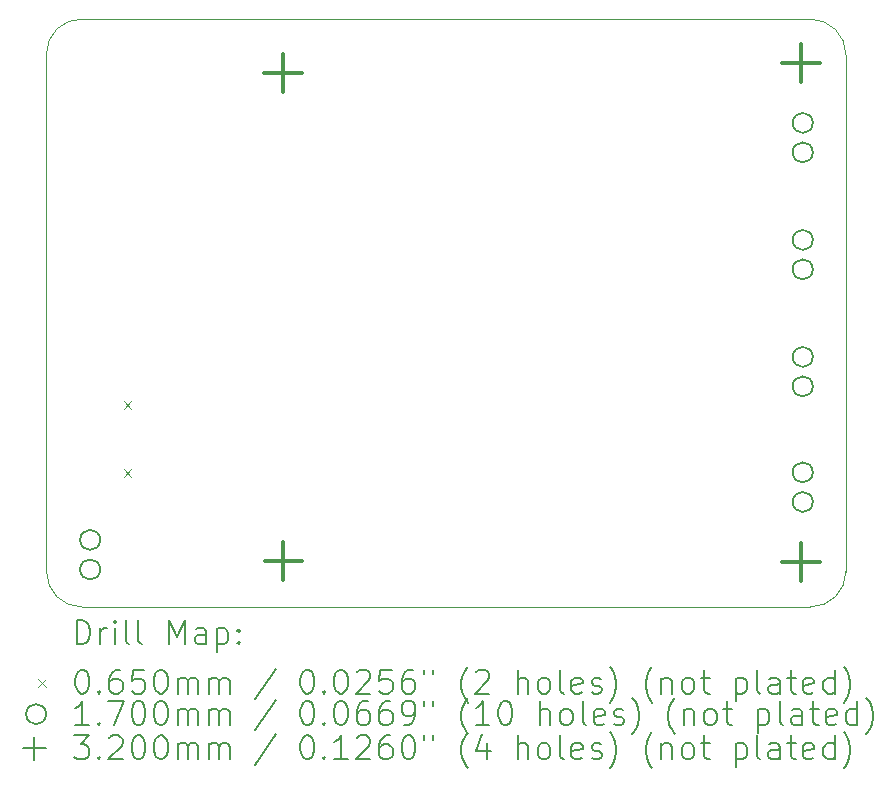
<source format=gbr>
%TF.GenerationSoftware,KiCad,Pcbnew,(6.0.11)*%
%TF.CreationDate,2023-05-24T19:33:46+02:00*%
%TF.ProjectId,an2can,616e3263-616e-42e6-9b69-6361645f7063,V0*%
%TF.SameCoordinates,Original*%
%TF.FileFunction,Drillmap*%
%TF.FilePolarity,Positive*%
%FSLAX45Y45*%
G04 Gerber Fmt 4.5, Leading zero omitted, Abs format (unit mm)*
G04 Created by KiCad (PCBNEW (6.0.11)) date 2023-05-24 19:33:46*
%MOMM*%
%LPD*%
G01*
G04 APERTURE LIST*
%ADD10C,0.050000*%
%ADD11C,0.200000*%
%ADD12C,0.065000*%
%ADD13C,0.170000*%
%ADD14C,0.320000*%
G04 APERTURE END LIST*
D10*
X12992100Y-6891300D02*
G75*
G03*
X12692100Y-6591300I-300000J0D01*
G01*
X6527600Y-6591300D02*
X12692100Y-6591300D01*
X6527600Y-6591296D02*
G75*
G03*
X6223000Y-6883400I-12240J-292104D01*
G01*
X6223000Y-6883400D02*
X6223000Y-11268668D01*
X12992100Y-11267700D02*
X12992100Y-6891300D01*
X6223002Y-11268668D02*
G75*
G03*
X6523000Y-11568668I299998J-2D01*
G01*
X12692100Y-11567700D02*
G75*
G03*
X12992100Y-11267700I0J300000D01*
G01*
X12692100Y-11567700D02*
X6523000Y-11568668D01*
D11*
D12*
X6877100Y-9825800D02*
X6942100Y-9890800D01*
X6942100Y-9825800D02*
X6877100Y-9890800D01*
X6877100Y-10403800D02*
X6942100Y-10468800D01*
X6942100Y-10403800D02*
X6877100Y-10468800D01*
D13*
X6678100Y-11000200D02*
G75*
G03*
X6678100Y-11000200I-85000J0D01*
G01*
X6678100Y-11250200D02*
G75*
G03*
X6678100Y-11250200I-85000J0D01*
G01*
X12711600Y-7469600D02*
G75*
G03*
X12711600Y-7469600I-85000J0D01*
G01*
X12711600Y-7719600D02*
G75*
G03*
X12711600Y-7719600I-85000J0D01*
G01*
X12711600Y-8460200D02*
G75*
G03*
X12711600Y-8460200I-85000J0D01*
G01*
X12711600Y-8710200D02*
G75*
G03*
X12711600Y-8710200I-85000J0D01*
G01*
X12711600Y-9450800D02*
G75*
G03*
X12711600Y-9450800I-85000J0D01*
G01*
X12711600Y-9700800D02*
G75*
G03*
X12711600Y-9700800I-85000J0D01*
G01*
X12711600Y-10428700D02*
G75*
G03*
X12711600Y-10428700I-85000J0D01*
G01*
X12711600Y-10678700D02*
G75*
G03*
X12711600Y-10678700I-85000J0D01*
G01*
D14*
X8227000Y-6889500D02*
X8227000Y-7209500D01*
X8067000Y-7049500D02*
X8387000Y-7049500D01*
X8229600Y-11016000D02*
X8229600Y-11336000D01*
X8069600Y-11176000D02*
X8389600Y-11176000D01*
X12611100Y-6799600D02*
X12611100Y-7119600D01*
X12451100Y-6959600D02*
X12771100Y-6959600D01*
X12611100Y-11028700D02*
X12611100Y-11348700D01*
X12451100Y-11188700D02*
X12771100Y-11188700D01*
D11*
X6478119Y-11881644D02*
X6478119Y-11681644D01*
X6525738Y-11681644D01*
X6554309Y-11691168D01*
X6573357Y-11710216D01*
X6582881Y-11729263D01*
X6592405Y-11767358D01*
X6592405Y-11795930D01*
X6582881Y-11834025D01*
X6573357Y-11853073D01*
X6554309Y-11872120D01*
X6525738Y-11881644D01*
X6478119Y-11881644D01*
X6678119Y-11881644D02*
X6678119Y-11748311D01*
X6678119Y-11786406D02*
X6687643Y-11767358D01*
X6697167Y-11757835D01*
X6716214Y-11748311D01*
X6735262Y-11748311D01*
X6801928Y-11881644D02*
X6801928Y-11748311D01*
X6801928Y-11681644D02*
X6792405Y-11691168D01*
X6801928Y-11700692D01*
X6811452Y-11691168D01*
X6801928Y-11681644D01*
X6801928Y-11700692D01*
X6925738Y-11881644D02*
X6906690Y-11872120D01*
X6897167Y-11853073D01*
X6897167Y-11681644D01*
X7030500Y-11881644D02*
X7011452Y-11872120D01*
X7001928Y-11853073D01*
X7001928Y-11681644D01*
X7259071Y-11881644D02*
X7259071Y-11681644D01*
X7325738Y-11824501D01*
X7392405Y-11681644D01*
X7392405Y-11881644D01*
X7573357Y-11881644D02*
X7573357Y-11776882D01*
X7563833Y-11757835D01*
X7544786Y-11748311D01*
X7506690Y-11748311D01*
X7487643Y-11757835D01*
X7573357Y-11872120D02*
X7554309Y-11881644D01*
X7506690Y-11881644D01*
X7487643Y-11872120D01*
X7478119Y-11853073D01*
X7478119Y-11834025D01*
X7487643Y-11814977D01*
X7506690Y-11805454D01*
X7554309Y-11805454D01*
X7573357Y-11795930D01*
X7668595Y-11748311D02*
X7668595Y-11948311D01*
X7668595Y-11757835D02*
X7687643Y-11748311D01*
X7725738Y-11748311D01*
X7744786Y-11757835D01*
X7754309Y-11767358D01*
X7763833Y-11786406D01*
X7763833Y-11843549D01*
X7754309Y-11862596D01*
X7744786Y-11872120D01*
X7725738Y-11881644D01*
X7687643Y-11881644D01*
X7668595Y-11872120D01*
X7849548Y-11862596D02*
X7859071Y-11872120D01*
X7849548Y-11881644D01*
X7840024Y-11872120D01*
X7849548Y-11862596D01*
X7849548Y-11881644D01*
X7849548Y-11757835D02*
X7859071Y-11767358D01*
X7849548Y-11776882D01*
X7840024Y-11767358D01*
X7849548Y-11757835D01*
X7849548Y-11776882D01*
D12*
X6155500Y-12178668D02*
X6220500Y-12243668D01*
X6220500Y-12178668D02*
X6155500Y-12243668D01*
D11*
X6516214Y-12101644D02*
X6535262Y-12101644D01*
X6554309Y-12111168D01*
X6563833Y-12120692D01*
X6573357Y-12139739D01*
X6582881Y-12177835D01*
X6582881Y-12225454D01*
X6573357Y-12263549D01*
X6563833Y-12282596D01*
X6554309Y-12292120D01*
X6535262Y-12301644D01*
X6516214Y-12301644D01*
X6497167Y-12292120D01*
X6487643Y-12282596D01*
X6478119Y-12263549D01*
X6468595Y-12225454D01*
X6468595Y-12177835D01*
X6478119Y-12139739D01*
X6487643Y-12120692D01*
X6497167Y-12111168D01*
X6516214Y-12101644D01*
X6668595Y-12282596D02*
X6678119Y-12292120D01*
X6668595Y-12301644D01*
X6659071Y-12292120D01*
X6668595Y-12282596D01*
X6668595Y-12301644D01*
X6849548Y-12101644D02*
X6811452Y-12101644D01*
X6792405Y-12111168D01*
X6782881Y-12120692D01*
X6763833Y-12149263D01*
X6754309Y-12187358D01*
X6754309Y-12263549D01*
X6763833Y-12282596D01*
X6773357Y-12292120D01*
X6792405Y-12301644D01*
X6830500Y-12301644D01*
X6849548Y-12292120D01*
X6859071Y-12282596D01*
X6868595Y-12263549D01*
X6868595Y-12215930D01*
X6859071Y-12196882D01*
X6849548Y-12187358D01*
X6830500Y-12177835D01*
X6792405Y-12177835D01*
X6773357Y-12187358D01*
X6763833Y-12196882D01*
X6754309Y-12215930D01*
X7049548Y-12101644D02*
X6954309Y-12101644D01*
X6944786Y-12196882D01*
X6954309Y-12187358D01*
X6973357Y-12177835D01*
X7020976Y-12177835D01*
X7040024Y-12187358D01*
X7049548Y-12196882D01*
X7059071Y-12215930D01*
X7059071Y-12263549D01*
X7049548Y-12282596D01*
X7040024Y-12292120D01*
X7020976Y-12301644D01*
X6973357Y-12301644D01*
X6954309Y-12292120D01*
X6944786Y-12282596D01*
X7182881Y-12101644D02*
X7201928Y-12101644D01*
X7220976Y-12111168D01*
X7230500Y-12120692D01*
X7240024Y-12139739D01*
X7249548Y-12177835D01*
X7249548Y-12225454D01*
X7240024Y-12263549D01*
X7230500Y-12282596D01*
X7220976Y-12292120D01*
X7201928Y-12301644D01*
X7182881Y-12301644D01*
X7163833Y-12292120D01*
X7154309Y-12282596D01*
X7144786Y-12263549D01*
X7135262Y-12225454D01*
X7135262Y-12177835D01*
X7144786Y-12139739D01*
X7154309Y-12120692D01*
X7163833Y-12111168D01*
X7182881Y-12101644D01*
X7335262Y-12301644D02*
X7335262Y-12168311D01*
X7335262Y-12187358D02*
X7344786Y-12177835D01*
X7363833Y-12168311D01*
X7392405Y-12168311D01*
X7411452Y-12177835D01*
X7420976Y-12196882D01*
X7420976Y-12301644D01*
X7420976Y-12196882D02*
X7430500Y-12177835D01*
X7449548Y-12168311D01*
X7478119Y-12168311D01*
X7497167Y-12177835D01*
X7506690Y-12196882D01*
X7506690Y-12301644D01*
X7601928Y-12301644D02*
X7601928Y-12168311D01*
X7601928Y-12187358D02*
X7611452Y-12177835D01*
X7630500Y-12168311D01*
X7659071Y-12168311D01*
X7678119Y-12177835D01*
X7687643Y-12196882D01*
X7687643Y-12301644D01*
X7687643Y-12196882D02*
X7697167Y-12177835D01*
X7716214Y-12168311D01*
X7744786Y-12168311D01*
X7763833Y-12177835D01*
X7773357Y-12196882D01*
X7773357Y-12301644D01*
X8163833Y-12092120D02*
X7992405Y-12349263D01*
X8420976Y-12101644D02*
X8440024Y-12101644D01*
X8459071Y-12111168D01*
X8468595Y-12120692D01*
X8478119Y-12139739D01*
X8487643Y-12177835D01*
X8487643Y-12225454D01*
X8478119Y-12263549D01*
X8468595Y-12282596D01*
X8459071Y-12292120D01*
X8440024Y-12301644D01*
X8420976Y-12301644D01*
X8401929Y-12292120D01*
X8392405Y-12282596D01*
X8382881Y-12263549D01*
X8373357Y-12225454D01*
X8373357Y-12177835D01*
X8382881Y-12139739D01*
X8392405Y-12120692D01*
X8401929Y-12111168D01*
X8420976Y-12101644D01*
X8573357Y-12282596D02*
X8582881Y-12292120D01*
X8573357Y-12301644D01*
X8563833Y-12292120D01*
X8573357Y-12282596D01*
X8573357Y-12301644D01*
X8706690Y-12101644D02*
X8725738Y-12101644D01*
X8744786Y-12111168D01*
X8754310Y-12120692D01*
X8763833Y-12139739D01*
X8773357Y-12177835D01*
X8773357Y-12225454D01*
X8763833Y-12263549D01*
X8754310Y-12282596D01*
X8744786Y-12292120D01*
X8725738Y-12301644D01*
X8706690Y-12301644D01*
X8687643Y-12292120D01*
X8678119Y-12282596D01*
X8668595Y-12263549D01*
X8659071Y-12225454D01*
X8659071Y-12177835D01*
X8668595Y-12139739D01*
X8678119Y-12120692D01*
X8687643Y-12111168D01*
X8706690Y-12101644D01*
X8849548Y-12120692D02*
X8859071Y-12111168D01*
X8878119Y-12101644D01*
X8925738Y-12101644D01*
X8944786Y-12111168D01*
X8954310Y-12120692D01*
X8963833Y-12139739D01*
X8963833Y-12158787D01*
X8954310Y-12187358D01*
X8840024Y-12301644D01*
X8963833Y-12301644D01*
X9144786Y-12101644D02*
X9049548Y-12101644D01*
X9040024Y-12196882D01*
X9049548Y-12187358D01*
X9068595Y-12177835D01*
X9116214Y-12177835D01*
X9135262Y-12187358D01*
X9144786Y-12196882D01*
X9154310Y-12215930D01*
X9154310Y-12263549D01*
X9144786Y-12282596D01*
X9135262Y-12292120D01*
X9116214Y-12301644D01*
X9068595Y-12301644D01*
X9049548Y-12292120D01*
X9040024Y-12282596D01*
X9325738Y-12101644D02*
X9287643Y-12101644D01*
X9268595Y-12111168D01*
X9259071Y-12120692D01*
X9240024Y-12149263D01*
X9230500Y-12187358D01*
X9230500Y-12263549D01*
X9240024Y-12282596D01*
X9249548Y-12292120D01*
X9268595Y-12301644D01*
X9306690Y-12301644D01*
X9325738Y-12292120D01*
X9335262Y-12282596D01*
X9344786Y-12263549D01*
X9344786Y-12215930D01*
X9335262Y-12196882D01*
X9325738Y-12187358D01*
X9306690Y-12177835D01*
X9268595Y-12177835D01*
X9249548Y-12187358D01*
X9240024Y-12196882D01*
X9230500Y-12215930D01*
X9420976Y-12101644D02*
X9420976Y-12139739D01*
X9497167Y-12101644D02*
X9497167Y-12139739D01*
X9792405Y-12377835D02*
X9782881Y-12368311D01*
X9763833Y-12339739D01*
X9754310Y-12320692D01*
X9744786Y-12292120D01*
X9735262Y-12244501D01*
X9735262Y-12206406D01*
X9744786Y-12158787D01*
X9754310Y-12130216D01*
X9763833Y-12111168D01*
X9782881Y-12082596D01*
X9792405Y-12073073D01*
X9859071Y-12120692D02*
X9868595Y-12111168D01*
X9887643Y-12101644D01*
X9935262Y-12101644D01*
X9954310Y-12111168D01*
X9963833Y-12120692D01*
X9973357Y-12139739D01*
X9973357Y-12158787D01*
X9963833Y-12187358D01*
X9849548Y-12301644D01*
X9973357Y-12301644D01*
X10211452Y-12301644D02*
X10211452Y-12101644D01*
X10297167Y-12301644D02*
X10297167Y-12196882D01*
X10287643Y-12177835D01*
X10268595Y-12168311D01*
X10240024Y-12168311D01*
X10220976Y-12177835D01*
X10211452Y-12187358D01*
X10420976Y-12301644D02*
X10401929Y-12292120D01*
X10392405Y-12282596D01*
X10382881Y-12263549D01*
X10382881Y-12206406D01*
X10392405Y-12187358D01*
X10401929Y-12177835D01*
X10420976Y-12168311D01*
X10449548Y-12168311D01*
X10468595Y-12177835D01*
X10478119Y-12187358D01*
X10487643Y-12206406D01*
X10487643Y-12263549D01*
X10478119Y-12282596D01*
X10468595Y-12292120D01*
X10449548Y-12301644D01*
X10420976Y-12301644D01*
X10601929Y-12301644D02*
X10582881Y-12292120D01*
X10573357Y-12273073D01*
X10573357Y-12101644D01*
X10754310Y-12292120D02*
X10735262Y-12301644D01*
X10697167Y-12301644D01*
X10678119Y-12292120D01*
X10668595Y-12273073D01*
X10668595Y-12196882D01*
X10678119Y-12177835D01*
X10697167Y-12168311D01*
X10735262Y-12168311D01*
X10754310Y-12177835D01*
X10763833Y-12196882D01*
X10763833Y-12215930D01*
X10668595Y-12234977D01*
X10840024Y-12292120D02*
X10859071Y-12301644D01*
X10897167Y-12301644D01*
X10916214Y-12292120D01*
X10925738Y-12273073D01*
X10925738Y-12263549D01*
X10916214Y-12244501D01*
X10897167Y-12234977D01*
X10868595Y-12234977D01*
X10849548Y-12225454D01*
X10840024Y-12206406D01*
X10840024Y-12196882D01*
X10849548Y-12177835D01*
X10868595Y-12168311D01*
X10897167Y-12168311D01*
X10916214Y-12177835D01*
X10992405Y-12377835D02*
X11001929Y-12368311D01*
X11020976Y-12339739D01*
X11030500Y-12320692D01*
X11040024Y-12292120D01*
X11049548Y-12244501D01*
X11049548Y-12206406D01*
X11040024Y-12158787D01*
X11030500Y-12130216D01*
X11020976Y-12111168D01*
X11001929Y-12082596D01*
X10992405Y-12073073D01*
X11354309Y-12377835D02*
X11344786Y-12368311D01*
X11325738Y-12339739D01*
X11316214Y-12320692D01*
X11306690Y-12292120D01*
X11297167Y-12244501D01*
X11297167Y-12206406D01*
X11306690Y-12158787D01*
X11316214Y-12130216D01*
X11325738Y-12111168D01*
X11344786Y-12082596D01*
X11354309Y-12073073D01*
X11430500Y-12168311D02*
X11430500Y-12301644D01*
X11430500Y-12187358D02*
X11440024Y-12177835D01*
X11459071Y-12168311D01*
X11487643Y-12168311D01*
X11506690Y-12177835D01*
X11516214Y-12196882D01*
X11516214Y-12301644D01*
X11640024Y-12301644D02*
X11620976Y-12292120D01*
X11611452Y-12282596D01*
X11601928Y-12263549D01*
X11601928Y-12206406D01*
X11611452Y-12187358D01*
X11620976Y-12177835D01*
X11640024Y-12168311D01*
X11668595Y-12168311D01*
X11687643Y-12177835D01*
X11697167Y-12187358D01*
X11706690Y-12206406D01*
X11706690Y-12263549D01*
X11697167Y-12282596D01*
X11687643Y-12292120D01*
X11668595Y-12301644D01*
X11640024Y-12301644D01*
X11763833Y-12168311D02*
X11840024Y-12168311D01*
X11792405Y-12101644D02*
X11792405Y-12273073D01*
X11801928Y-12292120D01*
X11820976Y-12301644D01*
X11840024Y-12301644D01*
X12059071Y-12168311D02*
X12059071Y-12368311D01*
X12059071Y-12177835D02*
X12078119Y-12168311D01*
X12116214Y-12168311D01*
X12135262Y-12177835D01*
X12144786Y-12187358D01*
X12154309Y-12206406D01*
X12154309Y-12263549D01*
X12144786Y-12282596D01*
X12135262Y-12292120D01*
X12116214Y-12301644D01*
X12078119Y-12301644D01*
X12059071Y-12292120D01*
X12268595Y-12301644D02*
X12249548Y-12292120D01*
X12240024Y-12273073D01*
X12240024Y-12101644D01*
X12430500Y-12301644D02*
X12430500Y-12196882D01*
X12420976Y-12177835D01*
X12401928Y-12168311D01*
X12363833Y-12168311D01*
X12344786Y-12177835D01*
X12430500Y-12292120D02*
X12411452Y-12301644D01*
X12363833Y-12301644D01*
X12344786Y-12292120D01*
X12335262Y-12273073D01*
X12335262Y-12254025D01*
X12344786Y-12234977D01*
X12363833Y-12225454D01*
X12411452Y-12225454D01*
X12430500Y-12215930D01*
X12497167Y-12168311D02*
X12573357Y-12168311D01*
X12525738Y-12101644D02*
X12525738Y-12273073D01*
X12535262Y-12292120D01*
X12554309Y-12301644D01*
X12573357Y-12301644D01*
X12716214Y-12292120D02*
X12697167Y-12301644D01*
X12659071Y-12301644D01*
X12640024Y-12292120D01*
X12630500Y-12273073D01*
X12630500Y-12196882D01*
X12640024Y-12177835D01*
X12659071Y-12168311D01*
X12697167Y-12168311D01*
X12716214Y-12177835D01*
X12725738Y-12196882D01*
X12725738Y-12215930D01*
X12630500Y-12234977D01*
X12897167Y-12301644D02*
X12897167Y-12101644D01*
X12897167Y-12292120D02*
X12878119Y-12301644D01*
X12840024Y-12301644D01*
X12820976Y-12292120D01*
X12811452Y-12282596D01*
X12801928Y-12263549D01*
X12801928Y-12206406D01*
X12811452Y-12187358D01*
X12820976Y-12177835D01*
X12840024Y-12168311D01*
X12878119Y-12168311D01*
X12897167Y-12177835D01*
X12973357Y-12377835D02*
X12982881Y-12368311D01*
X13001928Y-12339739D01*
X13011452Y-12320692D01*
X13020976Y-12292120D01*
X13030500Y-12244501D01*
X13030500Y-12206406D01*
X13020976Y-12158787D01*
X13011452Y-12130216D01*
X13001928Y-12111168D01*
X12982881Y-12082596D01*
X12973357Y-12073073D01*
D13*
X6220500Y-12475168D02*
G75*
G03*
X6220500Y-12475168I-85000J0D01*
G01*
D11*
X6582881Y-12565644D02*
X6468595Y-12565644D01*
X6525738Y-12565644D02*
X6525738Y-12365644D01*
X6506690Y-12394216D01*
X6487643Y-12413263D01*
X6468595Y-12422787D01*
X6668595Y-12546596D02*
X6678119Y-12556120D01*
X6668595Y-12565644D01*
X6659071Y-12556120D01*
X6668595Y-12546596D01*
X6668595Y-12565644D01*
X6744786Y-12365644D02*
X6878119Y-12365644D01*
X6792405Y-12565644D01*
X6992405Y-12365644D02*
X7011452Y-12365644D01*
X7030500Y-12375168D01*
X7040024Y-12384692D01*
X7049548Y-12403739D01*
X7059071Y-12441835D01*
X7059071Y-12489454D01*
X7049548Y-12527549D01*
X7040024Y-12546596D01*
X7030500Y-12556120D01*
X7011452Y-12565644D01*
X6992405Y-12565644D01*
X6973357Y-12556120D01*
X6963833Y-12546596D01*
X6954309Y-12527549D01*
X6944786Y-12489454D01*
X6944786Y-12441835D01*
X6954309Y-12403739D01*
X6963833Y-12384692D01*
X6973357Y-12375168D01*
X6992405Y-12365644D01*
X7182881Y-12365644D02*
X7201928Y-12365644D01*
X7220976Y-12375168D01*
X7230500Y-12384692D01*
X7240024Y-12403739D01*
X7249548Y-12441835D01*
X7249548Y-12489454D01*
X7240024Y-12527549D01*
X7230500Y-12546596D01*
X7220976Y-12556120D01*
X7201928Y-12565644D01*
X7182881Y-12565644D01*
X7163833Y-12556120D01*
X7154309Y-12546596D01*
X7144786Y-12527549D01*
X7135262Y-12489454D01*
X7135262Y-12441835D01*
X7144786Y-12403739D01*
X7154309Y-12384692D01*
X7163833Y-12375168D01*
X7182881Y-12365644D01*
X7335262Y-12565644D02*
X7335262Y-12432311D01*
X7335262Y-12451358D02*
X7344786Y-12441835D01*
X7363833Y-12432311D01*
X7392405Y-12432311D01*
X7411452Y-12441835D01*
X7420976Y-12460882D01*
X7420976Y-12565644D01*
X7420976Y-12460882D02*
X7430500Y-12441835D01*
X7449548Y-12432311D01*
X7478119Y-12432311D01*
X7497167Y-12441835D01*
X7506690Y-12460882D01*
X7506690Y-12565644D01*
X7601928Y-12565644D02*
X7601928Y-12432311D01*
X7601928Y-12451358D02*
X7611452Y-12441835D01*
X7630500Y-12432311D01*
X7659071Y-12432311D01*
X7678119Y-12441835D01*
X7687643Y-12460882D01*
X7687643Y-12565644D01*
X7687643Y-12460882D02*
X7697167Y-12441835D01*
X7716214Y-12432311D01*
X7744786Y-12432311D01*
X7763833Y-12441835D01*
X7773357Y-12460882D01*
X7773357Y-12565644D01*
X8163833Y-12356120D02*
X7992405Y-12613263D01*
X8420976Y-12365644D02*
X8440024Y-12365644D01*
X8459071Y-12375168D01*
X8468595Y-12384692D01*
X8478119Y-12403739D01*
X8487643Y-12441835D01*
X8487643Y-12489454D01*
X8478119Y-12527549D01*
X8468595Y-12546596D01*
X8459071Y-12556120D01*
X8440024Y-12565644D01*
X8420976Y-12565644D01*
X8401929Y-12556120D01*
X8392405Y-12546596D01*
X8382881Y-12527549D01*
X8373357Y-12489454D01*
X8373357Y-12441835D01*
X8382881Y-12403739D01*
X8392405Y-12384692D01*
X8401929Y-12375168D01*
X8420976Y-12365644D01*
X8573357Y-12546596D02*
X8582881Y-12556120D01*
X8573357Y-12565644D01*
X8563833Y-12556120D01*
X8573357Y-12546596D01*
X8573357Y-12565644D01*
X8706690Y-12365644D02*
X8725738Y-12365644D01*
X8744786Y-12375168D01*
X8754310Y-12384692D01*
X8763833Y-12403739D01*
X8773357Y-12441835D01*
X8773357Y-12489454D01*
X8763833Y-12527549D01*
X8754310Y-12546596D01*
X8744786Y-12556120D01*
X8725738Y-12565644D01*
X8706690Y-12565644D01*
X8687643Y-12556120D01*
X8678119Y-12546596D01*
X8668595Y-12527549D01*
X8659071Y-12489454D01*
X8659071Y-12441835D01*
X8668595Y-12403739D01*
X8678119Y-12384692D01*
X8687643Y-12375168D01*
X8706690Y-12365644D01*
X8944786Y-12365644D02*
X8906690Y-12365644D01*
X8887643Y-12375168D01*
X8878119Y-12384692D01*
X8859071Y-12413263D01*
X8849548Y-12451358D01*
X8849548Y-12527549D01*
X8859071Y-12546596D01*
X8868595Y-12556120D01*
X8887643Y-12565644D01*
X8925738Y-12565644D01*
X8944786Y-12556120D01*
X8954310Y-12546596D01*
X8963833Y-12527549D01*
X8963833Y-12479930D01*
X8954310Y-12460882D01*
X8944786Y-12451358D01*
X8925738Y-12441835D01*
X8887643Y-12441835D01*
X8868595Y-12451358D01*
X8859071Y-12460882D01*
X8849548Y-12479930D01*
X9135262Y-12365644D02*
X9097167Y-12365644D01*
X9078119Y-12375168D01*
X9068595Y-12384692D01*
X9049548Y-12413263D01*
X9040024Y-12451358D01*
X9040024Y-12527549D01*
X9049548Y-12546596D01*
X9059071Y-12556120D01*
X9078119Y-12565644D01*
X9116214Y-12565644D01*
X9135262Y-12556120D01*
X9144786Y-12546596D01*
X9154310Y-12527549D01*
X9154310Y-12479930D01*
X9144786Y-12460882D01*
X9135262Y-12451358D01*
X9116214Y-12441835D01*
X9078119Y-12441835D01*
X9059071Y-12451358D01*
X9049548Y-12460882D01*
X9040024Y-12479930D01*
X9249548Y-12565644D02*
X9287643Y-12565644D01*
X9306690Y-12556120D01*
X9316214Y-12546596D01*
X9335262Y-12518025D01*
X9344786Y-12479930D01*
X9344786Y-12403739D01*
X9335262Y-12384692D01*
X9325738Y-12375168D01*
X9306690Y-12365644D01*
X9268595Y-12365644D01*
X9249548Y-12375168D01*
X9240024Y-12384692D01*
X9230500Y-12403739D01*
X9230500Y-12451358D01*
X9240024Y-12470406D01*
X9249548Y-12479930D01*
X9268595Y-12489454D01*
X9306690Y-12489454D01*
X9325738Y-12479930D01*
X9335262Y-12470406D01*
X9344786Y-12451358D01*
X9420976Y-12365644D02*
X9420976Y-12403739D01*
X9497167Y-12365644D02*
X9497167Y-12403739D01*
X9792405Y-12641835D02*
X9782881Y-12632311D01*
X9763833Y-12603739D01*
X9754310Y-12584692D01*
X9744786Y-12556120D01*
X9735262Y-12508501D01*
X9735262Y-12470406D01*
X9744786Y-12422787D01*
X9754310Y-12394216D01*
X9763833Y-12375168D01*
X9782881Y-12346596D01*
X9792405Y-12337073D01*
X9973357Y-12565644D02*
X9859071Y-12565644D01*
X9916214Y-12565644D02*
X9916214Y-12365644D01*
X9897167Y-12394216D01*
X9878119Y-12413263D01*
X9859071Y-12422787D01*
X10097167Y-12365644D02*
X10116214Y-12365644D01*
X10135262Y-12375168D01*
X10144786Y-12384692D01*
X10154310Y-12403739D01*
X10163833Y-12441835D01*
X10163833Y-12489454D01*
X10154310Y-12527549D01*
X10144786Y-12546596D01*
X10135262Y-12556120D01*
X10116214Y-12565644D01*
X10097167Y-12565644D01*
X10078119Y-12556120D01*
X10068595Y-12546596D01*
X10059071Y-12527549D01*
X10049548Y-12489454D01*
X10049548Y-12441835D01*
X10059071Y-12403739D01*
X10068595Y-12384692D01*
X10078119Y-12375168D01*
X10097167Y-12365644D01*
X10401929Y-12565644D02*
X10401929Y-12365644D01*
X10487643Y-12565644D02*
X10487643Y-12460882D01*
X10478119Y-12441835D01*
X10459071Y-12432311D01*
X10430500Y-12432311D01*
X10411452Y-12441835D01*
X10401929Y-12451358D01*
X10611452Y-12565644D02*
X10592405Y-12556120D01*
X10582881Y-12546596D01*
X10573357Y-12527549D01*
X10573357Y-12470406D01*
X10582881Y-12451358D01*
X10592405Y-12441835D01*
X10611452Y-12432311D01*
X10640024Y-12432311D01*
X10659071Y-12441835D01*
X10668595Y-12451358D01*
X10678119Y-12470406D01*
X10678119Y-12527549D01*
X10668595Y-12546596D01*
X10659071Y-12556120D01*
X10640024Y-12565644D01*
X10611452Y-12565644D01*
X10792405Y-12565644D02*
X10773357Y-12556120D01*
X10763833Y-12537073D01*
X10763833Y-12365644D01*
X10944786Y-12556120D02*
X10925738Y-12565644D01*
X10887643Y-12565644D01*
X10868595Y-12556120D01*
X10859071Y-12537073D01*
X10859071Y-12460882D01*
X10868595Y-12441835D01*
X10887643Y-12432311D01*
X10925738Y-12432311D01*
X10944786Y-12441835D01*
X10954310Y-12460882D01*
X10954310Y-12479930D01*
X10859071Y-12498977D01*
X11030500Y-12556120D02*
X11049548Y-12565644D01*
X11087643Y-12565644D01*
X11106690Y-12556120D01*
X11116214Y-12537073D01*
X11116214Y-12527549D01*
X11106690Y-12508501D01*
X11087643Y-12498977D01*
X11059071Y-12498977D01*
X11040024Y-12489454D01*
X11030500Y-12470406D01*
X11030500Y-12460882D01*
X11040024Y-12441835D01*
X11059071Y-12432311D01*
X11087643Y-12432311D01*
X11106690Y-12441835D01*
X11182881Y-12641835D02*
X11192405Y-12632311D01*
X11211452Y-12603739D01*
X11220976Y-12584692D01*
X11230500Y-12556120D01*
X11240024Y-12508501D01*
X11240024Y-12470406D01*
X11230500Y-12422787D01*
X11220976Y-12394216D01*
X11211452Y-12375168D01*
X11192405Y-12346596D01*
X11182881Y-12337073D01*
X11544786Y-12641835D02*
X11535262Y-12632311D01*
X11516214Y-12603739D01*
X11506690Y-12584692D01*
X11497167Y-12556120D01*
X11487643Y-12508501D01*
X11487643Y-12470406D01*
X11497167Y-12422787D01*
X11506690Y-12394216D01*
X11516214Y-12375168D01*
X11535262Y-12346596D01*
X11544786Y-12337073D01*
X11620976Y-12432311D02*
X11620976Y-12565644D01*
X11620976Y-12451358D02*
X11630500Y-12441835D01*
X11649548Y-12432311D01*
X11678119Y-12432311D01*
X11697167Y-12441835D01*
X11706690Y-12460882D01*
X11706690Y-12565644D01*
X11830500Y-12565644D02*
X11811452Y-12556120D01*
X11801928Y-12546596D01*
X11792405Y-12527549D01*
X11792405Y-12470406D01*
X11801928Y-12451358D01*
X11811452Y-12441835D01*
X11830500Y-12432311D01*
X11859071Y-12432311D01*
X11878119Y-12441835D01*
X11887643Y-12451358D01*
X11897167Y-12470406D01*
X11897167Y-12527549D01*
X11887643Y-12546596D01*
X11878119Y-12556120D01*
X11859071Y-12565644D01*
X11830500Y-12565644D01*
X11954309Y-12432311D02*
X12030500Y-12432311D01*
X11982881Y-12365644D02*
X11982881Y-12537073D01*
X11992405Y-12556120D01*
X12011452Y-12565644D01*
X12030500Y-12565644D01*
X12249548Y-12432311D02*
X12249548Y-12632311D01*
X12249548Y-12441835D02*
X12268595Y-12432311D01*
X12306690Y-12432311D01*
X12325738Y-12441835D01*
X12335262Y-12451358D01*
X12344786Y-12470406D01*
X12344786Y-12527549D01*
X12335262Y-12546596D01*
X12325738Y-12556120D01*
X12306690Y-12565644D01*
X12268595Y-12565644D01*
X12249548Y-12556120D01*
X12459071Y-12565644D02*
X12440024Y-12556120D01*
X12430500Y-12537073D01*
X12430500Y-12365644D01*
X12620976Y-12565644D02*
X12620976Y-12460882D01*
X12611452Y-12441835D01*
X12592405Y-12432311D01*
X12554309Y-12432311D01*
X12535262Y-12441835D01*
X12620976Y-12556120D02*
X12601928Y-12565644D01*
X12554309Y-12565644D01*
X12535262Y-12556120D01*
X12525738Y-12537073D01*
X12525738Y-12518025D01*
X12535262Y-12498977D01*
X12554309Y-12489454D01*
X12601928Y-12489454D01*
X12620976Y-12479930D01*
X12687643Y-12432311D02*
X12763833Y-12432311D01*
X12716214Y-12365644D02*
X12716214Y-12537073D01*
X12725738Y-12556120D01*
X12744786Y-12565644D01*
X12763833Y-12565644D01*
X12906690Y-12556120D02*
X12887643Y-12565644D01*
X12849548Y-12565644D01*
X12830500Y-12556120D01*
X12820976Y-12537073D01*
X12820976Y-12460882D01*
X12830500Y-12441835D01*
X12849548Y-12432311D01*
X12887643Y-12432311D01*
X12906690Y-12441835D01*
X12916214Y-12460882D01*
X12916214Y-12479930D01*
X12820976Y-12498977D01*
X13087643Y-12565644D02*
X13087643Y-12365644D01*
X13087643Y-12556120D02*
X13068595Y-12565644D01*
X13030500Y-12565644D01*
X13011452Y-12556120D01*
X13001928Y-12546596D01*
X12992405Y-12527549D01*
X12992405Y-12470406D01*
X13001928Y-12451358D01*
X13011452Y-12441835D01*
X13030500Y-12432311D01*
X13068595Y-12432311D01*
X13087643Y-12441835D01*
X13163833Y-12641835D02*
X13173357Y-12632311D01*
X13192405Y-12603739D01*
X13201928Y-12584692D01*
X13211452Y-12556120D01*
X13220976Y-12508501D01*
X13220976Y-12470406D01*
X13211452Y-12422787D01*
X13201928Y-12394216D01*
X13192405Y-12375168D01*
X13173357Y-12346596D01*
X13163833Y-12337073D01*
X6120500Y-12665168D02*
X6120500Y-12865168D01*
X6020500Y-12765168D02*
X6220500Y-12765168D01*
X6459071Y-12655644D02*
X6582881Y-12655644D01*
X6516214Y-12731835D01*
X6544786Y-12731835D01*
X6563833Y-12741358D01*
X6573357Y-12750882D01*
X6582881Y-12769930D01*
X6582881Y-12817549D01*
X6573357Y-12836596D01*
X6563833Y-12846120D01*
X6544786Y-12855644D01*
X6487643Y-12855644D01*
X6468595Y-12846120D01*
X6459071Y-12836596D01*
X6668595Y-12836596D02*
X6678119Y-12846120D01*
X6668595Y-12855644D01*
X6659071Y-12846120D01*
X6668595Y-12836596D01*
X6668595Y-12855644D01*
X6754309Y-12674692D02*
X6763833Y-12665168D01*
X6782881Y-12655644D01*
X6830500Y-12655644D01*
X6849548Y-12665168D01*
X6859071Y-12674692D01*
X6868595Y-12693739D01*
X6868595Y-12712787D01*
X6859071Y-12741358D01*
X6744786Y-12855644D01*
X6868595Y-12855644D01*
X6992405Y-12655644D02*
X7011452Y-12655644D01*
X7030500Y-12665168D01*
X7040024Y-12674692D01*
X7049548Y-12693739D01*
X7059071Y-12731835D01*
X7059071Y-12779454D01*
X7049548Y-12817549D01*
X7040024Y-12836596D01*
X7030500Y-12846120D01*
X7011452Y-12855644D01*
X6992405Y-12855644D01*
X6973357Y-12846120D01*
X6963833Y-12836596D01*
X6954309Y-12817549D01*
X6944786Y-12779454D01*
X6944786Y-12731835D01*
X6954309Y-12693739D01*
X6963833Y-12674692D01*
X6973357Y-12665168D01*
X6992405Y-12655644D01*
X7182881Y-12655644D02*
X7201928Y-12655644D01*
X7220976Y-12665168D01*
X7230500Y-12674692D01*
X7240024Y-12693739D01*
X7249548Y-12731835D01*
X7249548Y-12779454D01*
X7240024Y-12817549D01*
X7230500Y-12836596D01*
X7220976Y-12846120D01*
X7201928Y-12855644D01*
X7182881Y-12855644D01*
X7163833Y-12846120D01*
X7154309Y-12836596D01*
X7144786Y-12817549D01*
X7135262Y-12779454D01*
X7135262Y-12731835D01*
X7144786Y-12693739D01*
X7154309Y-12674692D01*
X7163833Y-12665168D01*
X7182881Y-12655644D01*
X7335262Y-12855644D02*
X7335262Y-12722311D01*
X7335262Y-12741358D02*
X7344786Y-12731835D01*
X7363833Y-12722311D01*
X7392405Y-12722311D01*
X7411452Y-12731835D01*
X7420976Y-12750882D01*
X7420976Y-12855644D01*
X7420976Y-12750882D02*
X7430500Y-12731835D01*
X7449548Y-12722311D01*
X7478119Y-12722311D01*
X7497167Y-12731835D01*
X7506690Y-12750882D01*
X7506690Y-12855644D01*
X7601928Y-12855644D02*
X7601928Y-12722311D01*
X7601928Y-12741358D02*
X7611452Y-12731835D01*
X7630500Y-12722311D01*
X7659071Y-12722311D01*
X7678119Y-12731835D01*
X7687643Y-12750882D01*
X7687643Y-12855644D01*
X7687643Y-12750882D02*
X7697167Y-12731835D01*
X7716214Y-12722311D01*
X7744786Y-12722311D01*
X7763833Y-12731835D01*
X7773357Y-12750882D01*
X7773357Y-12855644D01*
X8163833Y-12646120D02*
X7992405Y-12903263D01*
X8420976Y-12655644D02*
X8440024Y-12655644D01*
X8459071Y-12665168D01*
X8468595Y-12674692D01*
X8478119Y-12693739D01*
X8487643Y-12731835D01*
X8487643Y-12779454D01*
X8478119Y-12817549D01*
X8468595Y-12836596D01*
X8459071Y-12846120D01*
X8440024Y-12855644D01*
X8420976Y-12855644D01*
X8401929Y-12846120D01*
X8392405Y-12836596D01*
X8382881Y-12817549D01*
X8373357Y-12779454D01*
X8373357Y-12731835D01*
X8382881Y-12693739D01*
X8392405Y-12674692D01*
X8401929Y-12665168D01*
X8420976Y-12655644D01*
X8573357Y-12836596D02*
X8582881Y-12846120D01*
X8573357Y-12855644D01*
X8563833Y-12846120D01*
X8573357Y-12836596D01*
X8573357Y-12855644D01*
X8773357Y-12855644D02*
X8659071Y-12855644D01*
X8716214Y-12855644D02*
X8716214Y-12655644D01*
X8697167Y-12684216D01*
X8678119Y-12703263D01*
X8659071Y-12712787D01*
X8849548Y-12674692D02*
X8859071Y-12665168D01*
X8878119Y-12655644D01*
X8925738Y-12655644D01*
X8944786Y-12665168D01*
X8954310Y-12674692D01*
X8963833Y-12693739D01*
X8963833Y-12712787D01*
X8954310Y-12741358D01*
X8840024Y-12855644D01*
X8963833Y-12855644D01*
X9135262Y-12655644D02*
X9097167Y-12655644D01*
X9078119Y-12665168D01*
X9068595Y-12674692D01*
X9049548Y-12703263D01*
X9040024Y-12741358D01*
X9040024Y-12817549D01*
X9049548Y-12836596D01*
X9059071Y-12846120D01*
X9078119Y-12855644D01*
X9116214Y-12855644D01*
X9135262Y-12846120D01*
X9144786Y-12836596D01*
X9154310Y-12817549D01*
X9154310Y-12769930D01*
X9144786Y-12750882D01*
X9135262Y-12741358D01*
X9116214Y-12731835D01*
X9078119Y-12731835D01*
X9059071Y-12741358D01*
X9049548Y-12750882D01*
X9040024Y-12769930D01*
X9278119Y-12655644D02*
X9297167Y-12655644D01*
X9316214Y-12665168D01*
X9325738Y-12674692D01*
X9335262Y-12693739D01*
X9344786Y-12731835D01*
X9344786Y-12779454D01*
X9335262Y-12817549D01*
X9325738Y-12836596D01*
X9316214Y-12846120D01*
X9297167Y-12855644D01*
X9278119Y-12855644D01*
X9259071Y-12846120D01*
X9249548Y-12836596D01*
X9240024Y-12817549D01*
X9230500Y-12779454D01*
X9230500Y-12731835D01*
X9240024Y-12693739D01*
X9249548Y-12674692D01*
X9259071Y-12665168D01*
X9278119Y-12655644D01*
X9420976Y-12655644D02*
X9420976Y-12693739D01*
X9497167Y-12655644D02*
X9497167Y-12693739D01*
X9792405Y-12931835D02*
X9782881Y-12922311D01*
X9763833Y-12893739D01*
X9754310Y-12874692D01*
X9744786Y-12846120D01*
X9735262Y-12798501D01*
X9735262Y-12760406D01*
X9744786Y-12712787D01*
X9754310Y-12684216D01*
X9763833Y-12665168D01*
X9782881Y-12636596D01*
X9792405Y-12627073D01*
X9954310Y-12722311D02*
X9954310Y-12855644D01*
X9906690Y-12646120D02*
X9859071Y-12788977D01*
X9982881Y-12788977D01*
X10211452Y-12855644D02*
X10211452Y-12655644D01*
X10297167Y-12855644D02*
X10297167Y-12750882D01*
X10287643Y-12731835D01*
X10268595Y-12722311D01*
X10240024Y-12722311D01*
X10220976Y-12731835D01*
X10211452Y-12741358D01*
X10420976Y-12855644D02*
X10401929Y-12846120D01*
X10392405Y-12836596D01*
X10382881Y-12817549D01*
X10382881Y-12760406D01*
X10392405Y-12741358D01*
X10401929Y-12731835D01*
X10420976Y-12722311D01*
X10449548Y-12722311D01*
X10468595Y-12731835D01*
X10478119Y-12741358D01*
X10487643Y-12760406D01*
X10487643Y-12817549D01*
X10478119Y-12836596D01*
X10468595Y-12846120D01*
X10449548Y-12855644D01*
X10420976Y-12855644D01*
X10601929Y-12855644D02*
X10582881Y-12846120D01*
X10573357Y-12827073D01*
X10573357Y-12655644D01*
X10754310Y-12846120D02*
X10735262Y-12855644D01*
X10697167Y-12855644D01*
X10678119Y-12846120D01*
X10668595Y-12827073D01*
X10668595Y-12750882D01*
X10678119Y-12731835D01*
X10697167Y-12722311D01*
X10735262Y-12722311D01*
X10754310Y-12731835D01*
X10763833Y-12750882D01*
X10763833Y-12769930D01*
X10668595Y-12788977D01*
X10840024Y-12846120D02*
X10859071Y-12855644D01*
X10897167Y-12855644D01*
X10916214Y-12846120D01*
X10925738Y-12827073D01*
X10925738Y-12817549D01*
X10916214Y-12798501D01*
X10897167Y-12788977D01*
X10868595Y-12788977D01*
X10849548Y-12779454D01*
X10840024Y-12760406D01*
X10840024Y-12750882D01*
X10849548Y-12731835D01*
X10868595Y-12722311D01*
X10897167Y-12722311D01*
X10916214Y-12731835D01*
X10992405Y-12931835D02*
X11001929Y-12922311D01*
X11020976Y-12893739D01*
X11030500Y-12874692D01*
X11040024Y-12846120D01*
X11049548Y-12798501D01*
X11049548Y-12760406D01*
X11040024Y-12712787D01*
X11030500Y-12684216D01*
X11020976Y-12665168D01*
X11001929Y-12636596D01*
X10992405Y-12627073D01*
X11354309Y-12931835D02*
X11344786Y-12922311D01*
X11325738Y-12893739D01*
X11316214Y-12874692D01*
X11306690Y-12846120D01*
X11297167Y-12798501D01*
X11297167Y-12760406D01*
X11306690Y-12712787D01*
X11316214Y-12684216D01*
X11325738Y-12665168D01*
X11344786Y-12636596D01*
X11354309Y-12627073D01*
X11430500Y-12722311D02*
X11430500Y-12855644D01*
X11430500Y-12741358D02*
X11440024Y-12731835D01*
X11459071Y-12722311D01*
X11487643Y-12722311D01*
X11506690Y-12731835D01*
X11516214Y-12750882D01*
X11516214Y-12855644D01*
X11640024Y-12855644D02*
X11620976Y-12846120D01*
X11611452Y-12836596D01*
X11601928Y-12817549D01*
X11601928Y-12760406D01*
X11611452Y-12741358D01*
X11620976Y-12731835D01*
X11640024Y-12722311D01*
X11668595Y-12722311D01*
X11687643Y-12731835D01*
X11697167Y-12741358D01*
X11706690Y-12760406D01*
X11706690Y-12817549D01*
X11697167Y-12836596D01*
X11687643Y-12846120D01*
X11668595Y-12855644D01*
X11640024Y-12855644D01*
X11763833Y-12722311D02*
X11840024Y-12722311D01*
X11792405Y-12655644D02*
X11792405Y-12827073D01*
X11801928Y-12846120D01*
X11820976Y-12855644D01*
X11840024Y-12855644D01*
X12059071Y-12722311D02*
X12059071Y-12922311D01*
X12059071Y-12731835D02*
X12078119Y-12722311D01*
X12116214Y-12722311D01*
X12135262Y-12731835D01*
X12144786Y-12741358D01*
X12154309Y-12760406D01*
X12154309Y-12817549D01*
X12144786Y-12836596D01*
X12135262Y-12846120D01*
X12116214Y-12855644D01*
X12078119Y-12855644D01*
X12059071Y-12846120D01*
X12268595Y-12855644D02*
X12249548Y-12846120D01*
X12240024Y-12827073D01*
X12240024Y-12655644D01*
X12430500Y-12855644D02*
X12430500Y-12750882D01*
X12420976Y-12731835D01*
X12401928Y-12722311D01*
X12363833Y-12722311D01*
X12344786Y-12731835D01*
X12430500Y-12846120D02*
X12411452Y-12855644D01*
X12363833Y-12855644D01*
X12344786Y-12846120D01*
X12335262Y-12827073D01*
X12335262Y-12808025D01*
X12344786Y-12788977D01*
X12363833Y-12779454D01*
X12411452Y-12779454D01*
X12430500Y-12769930D01*
X12497167Y-12722311D02*
X12573357Y-12722311D01*
X12525738Y-12655644D02*
X12525738Y-12827073D01*
X12535262Y-12846120D01*
X12554309Y-12855644D01*
X12573357Y-12855644D01*
X12716214Y-12846120D02*
X12697167Y-12855644D01*
X12659071Y-12855644D01*
X12640024Y-12846120D01*
X12630500Y-12827073D01*
X12630500Y-12750882D01*
X12640024Y-12731835D01*
X12659071Y-12722311D01*
X12697167Y-12722311D01*
X12716214Y-12731835D01*
X12725738Y-12750882D01*
X12725738Y-12769930D01*
X12630500Y-12788977D01*
X12897167Y-12855644D02*
X12897167Y-12655644D01*
X12897167Y-12846120D02*
X12878119Y-12855644D01*
X12840024Y-12855644D01*
X12820976Y-12846120D01*
X12811452Y-12836596D01*
X12801928Y-12817549D01*
X12801928Y-12760406D01*
X12811452Y-12741358D01*
X12820976Y-12731835D01*
X12840024Y-12722311D01*
X12878119Y-12722311D01*
X12897167Y-12731835D01*
X12973357Y-12931835D02*
X12982881Y-12922311D01*
X13001928Y-12893739D01*
X13011452Y-12874692D01*
X13020976Y-12846120D01*
X13030500Y-12798501D01*
X13030500Y-12760406D01*
X13020976Y-12712787D01*
X13011452Y-12684216D01*
X13001928Y-12665168D01*
X12982881Y-12636596D01*
X12973357Y-12627073D01*
M02*

</source>
